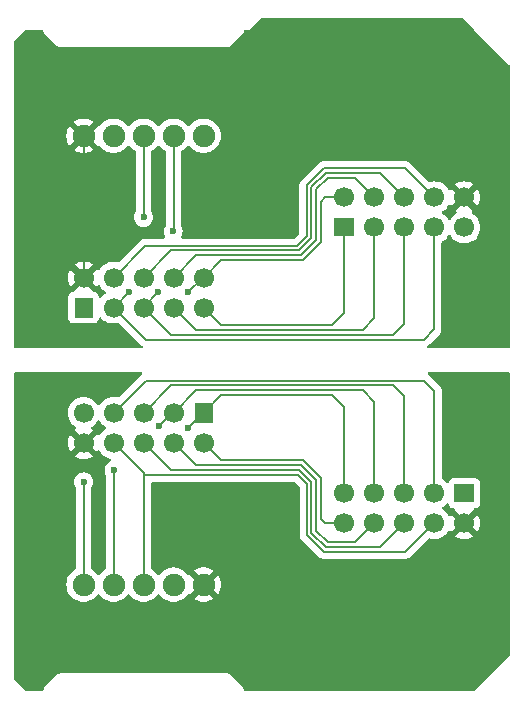
<source format=gtl>
G04 #@! TF.GenerationSoftware,KiCad,Pcbnew,8.0.7*
G04 #@! TF.CreationDate,2025-01-23T12:20:56+00:00*
G04 #@! TF.ProjectId,NB3_eye,4e42335f-6579-4652-9e6b-696361645f70,0.0.1*
G04 #@! TF.SameCoordinates,PX56c8cc0PY67f3540*
G04 #@! TF.FileFunction,Copper,L1,Top*
G04 #@! TF.FilePolarity,Positive*
%FSLAX46Y46*%
G04 Gerber Fmt 4.6, Leading zero omitted, Abs format (unit mm)*
G04 Created by KiCad (PCBNEW 8.0.7) date 2025-01-23 12:20:56*
%MOMM*%
%LPD*%
G01*
G04 APERTURE LIST*
G04 #@! TA.AperFunction,ComponentPad*
%ADD10C,1.900000*%
G04 #@! TD*
G04 #@! TA.AperFunction,ComponentPad*
%ADD11R,1.574803X1.700000*%
G04 #@! TD*
G04 #@! TA.AperFunction,ComponentPad*
%ADD12C,1.700000*%
G04 #@! TD*
G04 #@! TA.AperFunction,ComponentPad*
%ADD13R,1.700000X1.574803*%
G04 #@! TD*
G04 #@! TA.AperFunction,ViaPad*
%ADD14C,0.600000*%
G04 #@! TD*
G04 #@! TA.AperFunction,Conductor*
%ADD15C,0.200000*%
G04 #@! TD*
G04 APERTURE END LIST*
D10*
X6919990Y-19000000D03*
X9459995Y-19000000D03*
X12000000Y-19000000D03*
X14540005Y-19000000D03*
X17080010Y-19000000D03*
X17080010Y19000000D03*
X14540005Y19000000D03*
X12000000Y19000000D03*
X9459995Y19000000D03*
X6919990Y19000000D03*
D11*
X6919990Y4459994D03*
D12*
X6919990Y7000000D03*
X9459995Y4459994D03*
X9459995Y7000000D03*
X12000000Y4459994D03*
X12000000Y7000000D03*
X14540005Y4459994D03*
X14540005Y7000000D03*
X17080010Y4459994D03*
X17080010Y7000000D03*
D13*
X29000000Y11250000D03*
D12*
X29000000Y13790006D03*
X31540005Y11250000D03*
X31540005Y13790006D03*
X34080010Y11250000D03*
X34080010Y13790006D03*
X36620015Y11250000D03*
X36620015Y13790006D03*
X39160020Y11250000D03*
X39160020Y13790006D03*
D11*
X17080010Y-4459994D03*
D12*
X17080010Y-7000000D03*
X14540005Y-4459994D03*
X14540005Y-7000000D03*
X12000000Y-4459994D03*
X12000000Y-7000000D03*
X9459995Y-4459994D03*
X9459995Y-7000000D03*
X6919990Y-4459994D03*
X6919990Y-7000000D03*
D13*
X39160020Y-11250000D03*
D12*
X39160020Y-13790006D03*
X36620015Y-11250000D03*
X36620015Y-13790006D03*
X34080010Y-11250000D03*
X34080010Y-13790006D03*
X31540005Y-11250000D03*
X31540005Y-13790006D03*
X29000000Y-11250000D03*
X29000000Y-13790006D03*
D14*
X13250000Y5750000D03*
X14500000Y10900000D03*
X15750000Y5750000D03*
X12000000Y12100000D03*
X10750000Y5750000D03*
X6919990Y-10300000D03*
X15750000Y-5750000D03*
X13300000Y-5600000D03*
X9500000Y-9300000D03*
D15*
X25002942Y9700000D02*
X12159995Y9700000D01*
X25800000Y14800000D02*
X25800000Y10497058D01*
X12159995Y9700000D02*
X9459995Y7000000D01*
X36620015Y13790006D02*
X34160021Y16250000D01*
X27250000Y16250000D02*
X25800000Y14800000D01*
X25800000Y10497058D02*
X25002942Y9700000D01*
X34160021Y16250000D02*
X27250000Y16250000D01*
X6919990Y19000000D02*
X6919990Y7000000D01*
X34080010Y13790006D02*
X32020016Y15850000D01*
X32020016Y15850000D02*
X27415686Y15850000D01*
X14300000Y9300000D02*
X12000000Y7000000D01*
X27415686Y15850000D02*
X26200000Y14634314D01*
X26200000Y14634314D02*
X26200000Y10331372D01*
X26200000Y10331372D02*
X25168628Y9300000D01*
X25168628Y9300000D02*
X14300000Y9300000D01*
X25334314Y8900000D02*
X16440005Y8900000D01*
X26600000Y14468628D02*
X26600000Y10165686D01*
X29880011Y15450000D02*
X27581372Y15450000D01*
X26600000Y10165686D02*
X25334314Y8900000D01*
X27581372Y15450000D02*
X26600000Y14468628D01*
X16440005Y8900000D02*
X14540005Y7000000D01*
X31540005Y13790006D02*
X29880011Y15450000D01*
X27950000Y2950000D02*
X18590004Y2950000D01*
X18590004Y2950000D02*
X17080010Y4459994D01*
X29000000Y11250000D02*
X29000000Y4000000D01*
X29000000Y4000000D02*
X27950000Y2950000D01*
X30550000Y2550000D02*
X16449999Y2550000D01*
X16449999Y2550000D02*
X14540005Y4459994D01*
X31540005Y3540005D02*
X30550000Y2550000D01*
X31540005Y11250000D02*
X31540005Y3540005D01*
X12000000Y4500000D02*
X13250000Y5750000D01*
X14500000Y10900000D02*
X14540005Y10940005D01*
X14540005Y10940005D02*
X14540005Y19000000D01*
X34080010Y11250000D02*
X34080010Y3080010D01*
X33150000Y2150000D02*
X14309994Y2150000D01*
X14309994Y2150000D02*
X12000000Y4459994D01*
X34080010Y3080010D02*
X33150000Y2150000D01*
X12000000Y4459994D02*
X12000000Y4500000D01*
X17000000Y7000000D02*
X15750000Y5750000D01*
X27000000Y10000000D02*
X26765685Y9765686D01*
X12000000Y12100000D02*
X12000000Y19000000D01*
X25499999Y8500000D02*
X18580010Y8500000D01*
X27355692Y13790006D02*
X27000000Y13434314D01*
X18580010Y8500000D02*
X17080010Y7000000D01*
X26765685Y9765686D02*
X25499999Y8500000D01*
X29000000Y13790006D02*
X27355692Y13790006D01*
X27000000Y13434314D02*
X27000000Y10000000D01*
X26770670Y-9740686D02*
X25504984Y-8475000D01*
X27004985Y-9975000D02*
X26770670Y-9740686D01*
X18584995Y-8475000D02*
X17084995Y-6975000D01*
X25504984Y-8475000D02*
X18584995Y-8475000D01*
X29004985Y-13765006D02*
X27360677Y-13765006D01*
X27004985Y-13409314D02*
X27004985Y-9975000D01*
X27360677Y-13765006D02*
X27004985Y-13409314D01*
X33154985Y-2125000D02*
X14314979Y-2125000D01*
X34084995Y-11225000D02*
X34084995Y-3055010D01*
X14314979Y-2125000D02*
X12004985Y-4434994D01*
X34084995Y-3055010D02*
X33154985Y-2125000D01*
X12004985Y-4434994D02*
X12004985Y-4475000D01*
X26604985Y-14443628D02*
X26604985Y-10140686D01*
X26604985Y-10140686D02*
X25339299Y-8875000D01*
X25339299Y-8875000D02*
X16444990Y-8875000D01*
X27586357Y-15425000D02*
X26604985Y-14443628D01*
X31544990Y-13765006D02*
X29884996Y-15425000D01*
X16444990Y-8875000D02*
X14544990Y-6975000D01*
X29884996Y-15425000D02*
X27586357Y-15425000D01*
X34084995Y-13765006D02*
X32025001Y-15825000D01*
X26204985Y-14609314D02*
X26204985Y-10306372D01*
X26204985Y-10306372D02*
X25173613Y-9275000D01*
X27420671Y-15825000D02*
X26204985Y-14609314D01*
X32025001Y-15825000D02*
X27420671Y-15825000D01*
X25173613Y-9275000D02*
X14304985Y-9275000D01*
X14304985Y-9275000D02*
X12004985Y-6975000D01*
X36620015Y2620015D02*
X35750000Y1750000D01*
X35750000Y1750000D02*
X12169989Y1750000D01*
X9459995Y4459994D02*
X9459995Y4459995D01*
X12169989Y1750000D02*
X9459995Y4459994D01*
X9459995Y4459995D02*
X10750000Y5750000D01*
X36620015Y11250000D02*
X36620015Y2620015D01*
X12000000Y-9510020D02*
X9464980Y-6975000D01*
X36625000Y-13765006D02*
X34165006Y-16225000D01*
X12000000Y-19000000D02*
X12000000Y-9510020D01*
X25032927Y-9700000D02*
X12000000Y-9700000D01*
X34165006Y-16225000D02*
X27254985Y-16225000D01*
X25804985Y-10472058D02*
X25032927Y-9700000D01*
X27254985Y-16225000D02*
X25804985Y-14775000D01*
X25804985Y-14775000D02*
X25804985Y-10472058D01*
X36625000Y-11225000D02*
X36625000Y-2595015D01*
X36625000Y-2595015D02*
X35754985Y-1725000D01*
X9464980Y-4434994D02*
X9464980Y-4434995D01*
X12174974Y-1725000D02*
X9464980Y-4434994D01*
X35754985Y-1725000D02*
X12174974Y-1725000D01*
X29004985Y-11225000D02*
X29004985Y-3975000D01*
X17040006Y-4459994D02*
X15750000Y-5750000D01*
X17080010Y-4459994D02*
X17040006Y-4459994D01*
X27954985Y-2925000D02*
X18594989Y-2925000D01*
X6919990Y-10300000D02*
X6919990Y-19000000D01*
X18594989Y-2925000D02*
X17084995Y-4434994D01*
X29004985Y-3975000D02*
X27954985Y-2925000D01*
X9459995Y-9340005D02*
X9459995Y-19000000D01*
X31544990Y-3515005D02*
X30554985Y-2525000D01*
X16454984Y-2525000D02*
X14544990Y-4434994D01*
X31544990Y-11225000D02*
X31544990Y-3515005D01*
X30554985Y-2525000D02*
X16454984Y-2525000D01*
X14540005Y-4459994D02*
X14440006Y-4459994D01*
X14440006Y-4459994D02*
X13300000Y-5600000D01*
X9500000Y-9300000D02*
X9459995Y-9340005D01*
G04 #@! TA.AperFunction,Conductor*
G36*
X39015677Y28980315D02*
G01*
X39036319Y28963681D01*
X40000000Y28000000D01*
X21000000Y28000000D01*
X21963681Y28963681D01*
X22025004Y28997166D01*
X22051362Y29000000D01*
X38948638Y29000000D01*
X39015677Y28980315D01*
G37*
G04 #@! TD.AperFunction*
G04 #@! TA.AperFunction,Conductor*
G36*
X11833974Y-1019685D02*
G01*
X11879729Y-1072489D01*
X11889673Y-1141647D01*
X11860648Y-1205203D01*
X11828935Y-1231387D01*
X11806261Y-1244477D01*
X11806256Y-1244481D01*
X11694452Y-1356286D01*
X9927740Y-3122997D01*
X9866417Y-3156482D01*
X9807967Y-3155091D01*
X9695403Y-3124931D01*
X9459996Y-3104335D01*
X9459994Y-3104335D01*
X9224591Y-3124930D01*
X9224581Y-3124932D01*
X8996339Y-3186088D01*
X8996330Y-3186092D01*
X8782166Y-3285958D01*
X8782164Y-3285959D01*
X8588592Y-3421499D01*
X8421500Y-3588591D01*
X8291567Y-3774156D01*
X8236990Y-3817781D01*
X8167492Y-3824974D01*
X8105137Y-3793452D01*
X8088417Y-3774156D01*
X7958484Y-3588591D01*
X7791392Y-3421500D01*
X7791389Y-3421498D01*
X7714507Y-3367664D01*
X7597824Y-3285961D01*
X7597820Y-3285959D01*
X7558076Y-3267426D01*
X7383653Y-3186091D01*
X7383649Y-3186090D01*
X7383645Y-3186088D01*
X7155403Y-3124932D01*
X7155393Y-3124930D01*
X6919991Y-3104335D01*
X6919989Y-3104335D01*
X6684586Y-3124930D01*
X6684576Y-3124932D01*
X6456334Y-3186088D01*
X6456325Y-3186092D01*
X6242161Y-3285958D01*
X6242159Y-3285959D01*
X6048587Y-3421499D01*
X5881495Y-3588591D01*
X5745955Y-3782163D01*
X5745954Y-3782165D01*
X5646088Y-3996329D01*
X5646084Y-3996338D01*
X5584928Y-4224580D01*
X5584926Y-4224590D01*
X5564331Y-4459993D01*
X5564331Y-4459994D01*
X5584926Y-4695397D01*
X5584928Y-4695407D01*
X5646084Y-4923649D01*
X5646086Y-4923653D01*
X5646087Y-4923657D01*
X5740691Y-5126536D01*
X5745955Y-5137824D01*
X5745957Y-5137828D01*
X5751562Y-5145832D01*
X5881495Y-5331395D01*
X6048589Y-5498489D01*
X6194331Y-5600539D01*
X6234589Y-5628728D01*
X6278214Y-5683305D01*
X6285406Y-5752804D01*
X6253884Y-5815158D01*
X6234588Y-5831878D01*
X6158617Y-5885072D01*
X6158616Y-5885073D01*
X6749745Y-6476201D01*
X6707693Y-6487470D01*
X6582274Y-6559880D01*
X6479870Y-6662284D01*
X6407460Y-6787703D01*
X6396192Y-6829755D01*
X5805063Y-6238626D01*
X5805063Y-6238627D01*
X5746390Y-6322421D01*
X5746389Y-6322423D01*
X5646560Y-6536507D01*
X5646556Y-6536516D01*
X5585422Y-6764673D01*
X5585420Y-6764684D01*
X5564833Y-6999998D01*
X5564833Y-7000001D01*
X5585420Y-7235315D01*
X5585422Y-7235326D01*
X5646556Y-7463483D01*
X5646560Y-7463492D01*
X5746388Y-7677576D01*
X5805063Y-7761372D01*
X6396191Y-7170244D01*
X6407460Y-7212297D01*
X6479870Y-7337716D01*
X6582274Y-7440120D01*
X6707693Y-7512530D01*
X6749745Y-7523798D01*
X6158616Y-8114926D01*
X6242407Y-8173598D01*
X6242411Y-8173600D01*
X6456497Y-8273429D01*
X6456506Y-8273433D01*
X6684663Y-8334567D01*
X6684674Y-8334569D01*
X6919988Y-8355157D01*
X6919992Y-8355157D01*
X7155305Y-8334569D01*
X7155316Y-8334567D01*
X7383473Y-8273433D01*
X7383482Y-8273429D01*
X7597570Y-8173599D01*
X7681361Y-8114925D01*
X7090234Y-7523798D01*
X7132287Y-7512530D01*
X7257706Y-7440120D01*
X7360110Y-7337716D01*
X7432520Y-7212297D01*
X7443788Y-7170244D01*
X8034915Y-7761371D01*
X8088113Y-7685400D01*
X8142690Y-7641776D01*
X8212189Y-7634584D01*
X8274543Y-7666107D01*
X8291261Y-7685401D01*
X8421500Y-7871401D01*
X8588594Y-8038495D01*
X8685379Y-8106265D01*
X8782160Y-8174032D01*
X8782162Y-8174033D01*
X8782165Y-8174035D01*
X8996332Y-8273903D01*
X8996338Y-8273904D01*
X8996339Y-8273905D01*
X9071846Y-8294136D01*
X9181370Y-8323483D01*
X9241030Y-8359848D01*
X9271560Y-8422694D01*
X9263266Y-8492070D01*
X9218781Y-8545948D01*
X9190233Y-8560299D01*
X9150479Y-8574209D01*
X8997737Y-8670184D01*
X8870184Y-8797737D01*
X8774211Y-8950476D01*
X8714631Y-9120745D01*
X8714630Y-9120750D01*
X8694435Y-9299996D01*
X8694435Y-9300003D01*
X8714630Y-9479249D01*
X8714631Y-9479254D01*
X8774211Y-9649524D01*
X8840488Y-9755001D01*
X8859495Y-9820974D01*
X8859495Y-17601803D01*
X8839810Y-17668842D01*
X8794513Y-17710857D01*
X8663934Y-17781523D01*
X8663919Y-17781533D01*
X8474237Y-17929169D01*
X8474234Y-17929172D01*
X8311423Y-18106031D01*
X8293800Y-18133006D01*
X8240653Y-18178362D01*
X8171421Y-18187785D01*
X8108086Y-18158282D01*
X8086184Y-18133005D01*
X8068562Y-18106033D01*
X8068561Y-18106031D01*
X7905754Y-17929175D01*
X7905749Y-17929171D01*
X7905747Y-17929169D01*
X7716065Y-17781533D01*
X7716050Y-17781523D01*
X7585472Y-17710857D01*
X7535881Y-17661638D01*
X7520490Y-17601803D01*
X7520490Y-10882412D01*
X7540175Y-10815373D01*
X7547545Y-10805097D01*
X7549800Y-10802267D01*
X7549806Y-10802262D01*
X7645779Y-10649522D01*
X7705358Y-10479255D01*
X7705359Y-10479249D01*
X7725555Y-10300003D01*
X7725555Y-10299996D01*
X7705359Y-10120750D01*
X7705358Y-10120745D01*
X7685518Y-10064045D01*
X7645779Y-9950478D01*
X7549806Y-9797738D01*
X7422252Y-9670184D01*
X7389369Y-9649522D01*
X7269513Y-9574211D01*
X7099244Y-9514631D01*
X7099239Y-9514630D01*
X6919994Y-9494435D01*
X6919986Y-9494435D01*
X6740740Y-9514630D01*
X6740735Y-9514631D01*
X6570466Y-9574211D01*
X6417727Y-9670184D01*
X6290174Y-9797737D01*
X6194201Y-9950476D01*
X6134621Y-10120745D01*
X6134620Y-10120750D01*
X6114425Y-10299996D01*
X6114425Y-10300003D01*
X6134620Y-10479249D01*
X6134621Y-10479254D01*
X6194201Y-10649523D01*
X6254505Y-10745496D01*
X6271256Y-10772155D01*
X6290175Y-10802263D01*
X6292435Y-10805097D01*
X6293324Y-10807275D01*
X6293879Y-10808158D01*
X6293724Y-10808255D01*
X6318845Y-10869783D01*
X6319490Y-10882412D01*
X6319490Y-17601803D01*
X6299805Y-17668842D01*
X6254508Y-17710857D01*
X6123929Y-17781523D01*
X6123914Y-17781533D01*
X5934232Y-17929169D01*
X5934229Y-17929172D01*
X5771420Y-18106029D01*
X5771417Y-18106033D01*
X5639941Y-18307270D01*
X5543379Y-18527410D01*
X5484369Y-18760440D01*
X5464519Y-18999994D01*
X5464519Y-19000005D01*
X5484369Y-19239559D01*
X5543379Y-19472589D01*
X5639941Y-19692729D01*
X5753798Y-19866998D01*
X5771419Y-19893969D01*
X5934226Y-20070825D01*
X5934229Y-20070827D01*
X5934232Y-20070830D01*
X6123914Y-20218466D01*
X6123920Y-20218470D01*
X6123923Y-20218472D01*
X6335334Y-20332882D01*
X6335337Y-20332883D01*
X6562689Y-20410933D01*
X6562691Y-20410933D01*
X6562693Y-20410934D01*
X6799798Y-20450500D01*
X6799799Y-20450500D01*
X7040181Y-20450500D01*
X7040182Y-20450500D01*
X7277287Y-20410934D01*
X7504646Y-20332882D01*
X7716057Y-20218472D01*
X7716601Y-20218049D01*
X7779758Y-20168891D01*
X7905754Y-20070825D01*
X8068561Y-19893969D01*
X8086183Y-19866996D01*
X8139326Y-19821639D01*
X8208557Y-19812214D01*
X8271894Y-19841713D01*
X8293798Y-19866990D01*
X8311424Y-19893969D01*
X8474231Y-20070825D01*
X8474234Y-20070827D01*
X8474237Y-20070830D01*
X8663919Y-20218466D01*
X8663925Y-20218470D01*
X8663928Y-20218472D01*
X8875339Y-20332882D01*
X8875342Y-20332883D01*
X9102694Y-20410933D01*
X9102696Y-20410933D01*
X9102698Y-20410934D01*
X9339803Y-20450500D01*
X9339804Y-20450500D01*
X9580186Y-20450500D01*
X9580187Y-20450500D01*
X9817292Y-20410934D01*
X10044651Y-20332882D01*
X10256062Y-20218472D01*
X10256606Y-20218049D01*
X10319763Y-20168891D01*
X10445759Y-20070825D01*
X10608566Y-19893969D01*
X10626188Y-19866996D01*
X10679331Y-19821639D01*
X10748562Y-19812214D01*
X10811899Y-19841713D01*
X10833803Y-19866990D01*
X10851429Y-19893969D01*
X11014236Y-20070825D01*
X11014239Y-20070827D01*
X11014242Y-20070830D01*
X11203924Y-20218466D01*
X11203930Y-20218470D01*
X11203933Y-20218472D01*
X11415344Y-20332882D01*
X11415347Y-20332883D01*
X11642699Y-20410933D01*
X11642701Y-20410933D01*
X11642703Y-20410934D01*
X11879808Y-20450500D01*
X11879809Y-20450500D01*
X12120191Y-20450500D01*
X12120192Y-20450500D01*
X12357297Y-20410934D01*
X12584656Y-20332882D01*
X12796067Y-20218472D01*
X12796611Y-20218049D01*
X12859768Y-20168891D01*
X12985764Y-20070825D01*
X13148571Y-19893969D01*
X13166193Y-19866996D01*
X13219336Y-19821639D01*
X13288567Y-19812214D01*
X13351904Y-19841713D01*
X13373808Y-19866990D01*
X13391434Y-19893969D01*
X13554241Y-20070825D01*
X13554244Y-20070827D01*
X13554247Y-20070830D01*
X13743929Y-20218466D01*
X13743935Y-20218470D01*
X13743938Y-20218472D01*
X13955349Y-20332882D01*
X13955352Y-20332883D01*
X14182704Y-20410933D01*
X14182706Y-20410933D01*
X14182708Y-20410934D01*
X14419813Y-20450500D01*
X14419814Y-20450500D01*
X14660196Y-20450500D01*
X14660197Y-20450500D01*
X14897302Y-20410934D01*
X15124661Y-20332882D01*
X15336072Y-20218472D01*
X15336616Y-20218049D01*
X15399773Y-20168891D01*
X15525769Y-20070825D01*
X15688576Y-19893969D01*
X15706496Y-19866539D01*
X15759641Y-19821182D01*
X15828872Y-19811757D01*
X15871354Y-19831543D01*
X15892698Y-19833757D01*
X16556211Y-19170244D01*
X16567480Y-19212297D01*
X16639890Y-19337716D01*
X16742294Y-19440120D01*
X16867713Y-19512530D01*
X16909764Y-19523797D01*
X16245582Y-20187979D01*
X16284218Y-20218051D01*
X16495554Y-20332421D01*
X16495560Y-20332423D01*
X16722833Y-20410446D01*
X16959861Y-20450000D01*
X17200159Y-20450000D01*
X17437186Y-20410446D01*
X17664459Y-20332423D01*
X17664465Y-20332421D01*
X17875804Y-20218049D01*
X17875805Y-20218048D01*
X17914436Y-20187980D01*
X17914437Y-20187979D01*
X17250255Y-19523797D01*
X17292307Y-19512530D01*
X17417726Y-19440120D01*
X17520130Y-19337716D01*
X17592540Y-19212297D01*
X17603807Y-19170244D01*
X18267320Y-19833757D01*
X18359616Y-19692490D01*
X18456144Y-19472428D01*
X18515135Y-19239476D01*
X18534979Y-19000005D01*
X18534979Y-18999994D01*
X18515135Y-18760523D01*
X18456144Y-18527571D01*
X18359618Y-18307514D01*
X18267320Y-18166241D01*
X17603807Y-18829754D01*
X17592540Y-18787703D01*
X17520130Y-18662284D01*
X17417726Y-18559880D01*
X17292307Y-18487470D01*
X17250253Y-18476201D01*
X17914436Y-17812019D01*
X17914436Y-17812017D01*
X17875811Y-17781954D01*
X17875805Y-17781950D01*
X17664465Y-17667578D01*
X17664459Y-17667576D01*
X17437186Y-17589553D01*
X17200159Y-17550000D01*
X16959861Y-17550000D01*
X16722833Y-17589553D01*
X16495560Y-17667576D01*
X16495554Y-17667578D01*
X16284219Y-17781948D01*
X16245581Y-17812019D01*
X16909764Y-18476202D01*
X16867713Y-18487470D01*
X16742294Y-18559880D01*
X16639890Y-18662284D01*
X16567480Y-18787703D01*
X16556212Y-18829755D01*
X15892698Y-18166241D01*
X15873349Y-18168248D01*
X15860961Y-18178820D01*
X15791729Y-18188240D01*
X15728395Y-18158735D01*
X15706497Y-18133461D01*
X15688577Y-18106033D01*
X15688576Y-18106031D01*
X15525769Y-17929175D01*
X15525764Y-17929171D01*
X15525762Y-17929169D01*
X15336080Y-17781533D01*
X15336074Y-17781529D01*
X15124662Y-17667118D01*
X15124657Y-17667116D01*
X14897305Y-17589066D01*
X14719473Y-17559391D01*
X14660197Y-17549500D01*
X14419813Y-17549500D01*
X14372392Y-17557413D01*
X14182704Y-17589066D01*
X13955352Y-17667116D01*
X13955347Y-17667118D01*
X13743935Y-17781529D01*
X13743929Y-17781533D01*
X13554247Y-17929169D01*
X13554244Y-17929172D01*
X13391433Y-18106031D01*
X13373810Y-18133006D01*
X13320663Y-18178362D01*
X13251431Y-18187785D01*
X13188096Y-18158282D01*
X13166194Y-18133005D01*
X13148572Y-18106033D01*
X13148571Y-18106031D01*
X12985764Y-17929175D01*
X12985759Y-17929171D01*
X12985757Y-17929169D01*
X12796075Y-17781533D01*
X12796060Y-17781523D01*
X12665482Y-17710857D01*
X12615891Y-17661638D01*
X12600500Y-17601803D01*
X12600500Y-10424500D01*
X12620185Y-10357461D01*
X12672989Y-10311706D01*
X12724500Y-10300500D01*
X24732830Y-10300500D01*
X24799869Y-10320185D01*
X24820511Y-10336819D01*
X25168166Y-10684474D01*
X25201651Y-10745797D01*
X25204485Y-10772155D01*
X25204485Y-14688330D01*
X25204484Y-14688348D01*
X25204484Y-14854054D01*
X25204483Y-14854054D01*
X25204484Y-14854057D01*
X25245408Y-15006785D01*
X25266968Y-15044128D01*
X25324462Y-15143712D01*
X25324466Y-15143717D01*
X25443334Y-15262585D01*
X25443339Y-15262589D01*
X26886269Y-16705520D01*
X26886271Y-16705521D01*
X26886275Y-16705524D01*
X27023194Y-16784573D01*
X27023201Y-16784577D01*
X27175928Y-16825501D01*
X27175930Y-16825501D01*
X27341639Y-16825501D01*
X27341655Y-16825500D01*
X34078337Y-16825500D01*
X34078353Y-16825501D01*
X34085949Y-16825501D01*
X34244060Y-16825501D01*
X34244063Y-16825501D01*
X34396791Y-16784577D01*
X34446910Y-16755639D01*
X34533722Y-16705520D01*
X34645526Y-16593716D01*
X34645526Y-16593714D01*
X34655734Y-16583507D01*
X34655736Y-16583504D01*
X36120699Y-15118540D01*
X36182020Y-15085057D01*
X36240471Y-15086448D01*
X36296872Y-15101560D01*
X36384607Y-15125069D01*
X36572933Y-15141545D01*
X36620014Y-15145665D01*
X36620015Y-15145665D01*
X36620016Y-15145665D01*
X36659249Y-15142232D01*
X36855423Y-15125069D01*
X37083678Y-15063909D01*
X37297845Y-14964041D01*
X37491416Y-14828501D01*
X37658510Y-14661407D01*
X37788749Y-14475406D01*
X37843324Y-14431783D01*
X37912822Y-14424589D01*
X37975177Y-14456112D01*
X37991896Y-14475407D01*
X38045092Y-14551378D01*
X38045093Y-14551378D01*
X38636221Y-13960250D01*
X38647490Y-14002303D01*
X38719900Y-14127722D01*
X38822304Y-14230126D01*
X38947723Y-14302536D01*
X38989775Y-14313804D01*
X38398646Y-14904932D01*
X38482437Y-14963604D01*
X38482441Y-14963606D01*
X38696527Y-15063435D01*
X38696536Y-15063439D01*
X38924693Y-15124573D01*
X38924704Y-15124575D01*
X39160018Y-15145163D01*
X39160022Y-15145163D01*
X39395335Y-15124575D01*
X39395346Y-15124573D01*
X39623503Y-15063439D01*
X39623512Y-15063435D01*
X39837600Y-14963605D01*
X39921391Y-14904931D01*
X39330264Y-14313804D01*
X39372317Y-14302536D01*
X39497736Y-14230126D01*
X39600140Y-14127722D01*
X39672550Y-14002303D01*
X39683818Y-13960250D01*
X40274945Y-14551377D01*
X40333619Y-14467586D01*
X40433449Y-14253498D01*
X40433453Y-14253489D01*
X40494587Y-14025332D01*
X40494589Y-14025321D01*
X40515177Y-13790007D01*
X40515177Y-13790004D01*
X40494589Y-13554690D01*
X40494587Y-13554679D01*
X40433453Y-13326522D01*
X40433449Y-13326513D01*
X40333621Y-13112430D01*
X40274945Y-13028632D01*
X39683817Y-13619760D01*
X39672550Y-13577709D01*
X39600140Y-13452290D01*
X39497736Y-13349886D01*
X39372317Y-13277476D01*
X39330264Y-13266207D01*
X39921392Y-12675079D01*
X39921185Y-12672708D01*
X39934952Y-12604208D01*
X39983567Y-12554025D01*
X40044712Y-12537901D01*
X40057892Y-12537901D01*
X40117503Y-12531493D01*
X40252351Y-12481198D01*
X40367566Y-12394948D01*
X40453816Y-12279733D01*
X40504111Y-12144885D01*
X40510520Y-12085275D01*
X40510519Y-10414726D01*
X40504111Y-10355115D01*
X40485826Y-10306091D01*
X40453817Y-10220269D01*
X40453813Y-10220262D01*
X40367567Y-10105053D01*
X40367564Y-10105050D01*
X40252355Y-10018804D01*
X40252348Y-10018800D01*
X40117502Y-9968506D01*
X40117503Y-9968506D01*
X40057903Y-9962099D01*
X40057901Y-9962098D01*
X40057893Y-9962098D01*
X40057884Y-9962098D01*
X38262149Y-9962098D01*
X38262143Y-9962099D01*
X38202536Y-9968506D01*
X38067691Y-10018800D01*
X38067684Y-10018804D01*
X37952475Y-10105050D01*
X37952472Y-10105053D01*
X37866226Y-10220262D01*
X37866223Y-10220267D01*
X37834213Y-10306091D01*
X37792341Y-10362024D01*
X37726877Y-10386441D01*
X37658604Y-10371589D01*
X37630350Y-10350439D01*
X37579907Y-10299996D01*
X37491416Y-10211505D01*
X37491412Y-10211502D01*
X37491411Y-10211501D01*
X37297846Y-10075965D01*
X37297839Y-10075961D01*
X37297094Y-10075614D01*
X37296821Y-10075373D01*
X37293155Y-10073257D01*
X37293580Y-10072520D01*
X37244655Y-10029441D01*
X37225500Y-9963233D01*
X37225500Y-2684074D01*
X37225501Y-2684061D01*
X37225501Y-2515960D01*
X37225501Y-2515958D01*
X37184577Y-2363230D01*
X37144154Y-2293216D01*
X37105520Y-2226299D01*
X36993716Y-2114495D01*
X36989385Y-2110164D01*
X36989374Y-2110154D01*
X36242575Y-1363355D01*
X36242573Y-1363352D01*
X36123702Y-1244481D01*
X36123697Y-1244477D01*
X36101024Y-1231387D01*
X36052808Y-1180820D01*
X36039585Y-1112213D01*
X36065553Y-1047348D01*
X36122468Y-1006820D01*
X36163024Y-1000000D01*
X42876000Y-1000000D01*
X42943039Y-1019685D01*
X42988794Y-1072489D01*
X43000000Y-1124000D01*
X43000000Y-24948638D01*
X42980315Y-25015677D01*
X42963681Y-25036319D01*
X40036319Y-27963681D01*
X39974996Y-27997166D01*
X39948638Y-28000000D01*
X20613304Y-28000000D01*
X20546265Y-27980315D01*
X20500510Y-27927511D01*
X20493529Y-27908093D01*
X20466391Y-27806812D01*
X20457563Y-27791521D01*
X20400500Y-27692686D01*
X20307314Y-27599500D01*
X19307314Y-26599500D01*
X19250250Y-26566554D01*
X19193187Y-26533608D01*
X19129539Y-26516554D01*
X19065892Y-26499500D01*
X5065893Y-26499500D01*
X4934108Y-26499500D01*
X4806812Y-26533608D01*
X4692686Y-26599500D01*
X4692683Y-26599502D01*
X3599502Y-27692683D01*
X3599500Y-27692686D01*
X3533608Y-27806812D01*
X3506471Y-27908093D01*
X3470106Y-27967754D01*
X3407259Y-27998283D01*
X3386696Y-28000000D01*
X2051362Y-28000000D01*
X1984323Y-27980315D01*
X1963681Y-27963681D01*
X1036319Y-27036319D01*
X1002834Y-26974996D01*
X1000000Y-26948638D01*
X1000000Y-1124000D01*
X1019685Y-1056961D01*
X1072489Y-1011206D01*
X1124000Y-1000000D01*
X11766935Y-1000000D01*
X11833974Y-1019685D01*
G37*
G04 #@! TD.AperFunction*
G04 #@! TA.AperFunction,Conductor*
G36*
X37761364Y-12121059D02*
G01*
X37817298Y-12162930D01*
X37834213Y-12193908D01*
X37866222Y-12279730D01*
X37866226Y-12279737D01*
X37952472Y-12394946D01*
X37952475Y-12394949D01*
X38067684Y-12481195D01*
X38067691Y-12481199D01*
X38111405Y-12497503D01*
X38202537Y-12531493D01*
X38262147Y-12537902D01*
X38275321Y-12537901D01*
X38342359Y-12557581D01*
X38388117Y-12610383D01*
X38398854Y-12672708D01*
X38398646Y-12675079D01*
X38989775Y-13266207D01*
X38947723Y-13277476D01*
X38822304Y-13349886D01*
X38719900Y-13452290D01*
X38647490Y-13577709D01*
X38636222Y-13619761D01*
X38045093Y-13028632D01*
X38045092Y-13028633D01*
X37991898Y-13104604D01*
X37937321Y-13148229D01*
X37867823Y-13155423D01*
X37805468Y-13123900D01*
X37788748Y-13104604D01*
X37658509Y-12918603D01*
X37491417Y-12751512D01*
X37491410Y-12751507D01*
X37305853Y-12621578D01*
X37262228Y-12567001D01*
X37255035Y-12497503D01*
X37286557Y-12435148D01*
X37305853Y-12418428D01*
X37339617Y-12394785D01*
X37491416Y-12288495D01*
X37630353Y-12149557D01*
X37691672Y-12116075D01*
X37761364Y-12121059D01*
G37*
G04 #@! TD.AperFunction*
G04 #@! TA.AperFunction,Conductor*
G36*
X8274847Y-5126536D02*
G01*
X8291567Y-5145832D01*
X8421500Y-5331395D01*
X8588594Y-5498489D01*
X8709617Y-5583230D01*
X8774157Y-5628422D01*
X8817782Y-5682999D01*
X8824975Y-5752497D01*
X8793453Y-5814852D01*
X8774157Y-5831572D01*
X8588592Y-5961505D01*
X8421500Y-6128597D01*
X8291262Y-6314598D01*
X8236685Y-6358223D01*
X8167187Y-6365417D01*
X8104832Y-6333894D01*
X8088112Y-6314599D01*
X8034915Y-6238626D01*
X7443787Y-6829754D01*
X7432520Y-6787703D01*
X7360110Y-6662284D01*
X7257706Y-6559880D01*
X7132287Y-6487470D01*
X7090234Y-6476201D01*
X7681362Y-5885073D01*
X7605390Y-5831877D01*
X7561765Y-5777300D01*
X7554573Y-5707801D01*
X7586095Y-5645447D01*
X7605386Y-5628730D01*
X7791391Y-5498489D01*
X7958485Y-5331395D01*
X8088418Y-5145830D01*
X8142994Y-5102207D01*
X8212492Y-5095013D01*
X8274847Y-5126536D01*
G37*
G04 #@! TD.AperFunction*
G04 #@! TA.AperFunction,Conductor*
G36*
X3453735Y27980315D02*
G01*
X3499490Y27927511D01*
X3506471Y27908093D01*
X3533608Y27806813D01*
X3566554Y27749750D01*
X3599500Y27692686D01*
X4599500Y26692686D01*
X4692686Y26599500D01*
X4806814Y26533608D01*
X4934108Y26499500D01*
X4934110Y26499500D01*
X19065890Y26499500D01*
X19065892Y26499500D01*
X19193186Y26533608D01*
X19307314Y26599500D01*
X20400500Y27692686D01*
X20466392Y27806814D01*
X20493529Y27908095D01*
X20529894Y27967754D01*
X20592741Y27998283D01*
X20613304Y28000000D01*
X21000000Y28000000D01*
X40000000Y28000000D01*
X42963681Y25036319D01*
X42997166Y24974996D01*
X43000000Y24948638D01*
X43000000Y1124000D01*
X42980315Y1056961D01*
X42927511Y1011206D01*
X42876000Y1000000D01*
X36114734Y1000000D01*
X36047695Y1019685D01*
X36001940Y1072489D01*
X35991996Y1141647D01*
X36021021Y1205203D01*
X36052736Y1231388D01*
X36118716Y1269480D01*
X36230520Y1381284D01*
X36230520Y1381286D01*
X36240728Y1391493D01*
X36240730Y1391496D01*
X36978521Y2129287D01*
X36978526Y2129291D01*
X36988729Y2139495D01*
X36988731Y2139495D01*
X37100535Y2251299D01*
X37105581Y2260041D01*
X37175870Y2381783D01*
X37175872Y2381789D01*
X37179592Y2388230D01*
X37220516Y2540958D01*
X37220516Y2699072D01*
X37220516Y2706667D01*
X37220515Y2706685D01*
X37220515Y9960910D01*
X37240200Y10027949D01*
X37292116Y10073294D01*
X37297845Y10075965D01*
X37491416Y10211505D01*
X37658510Y10378599D01*
X37788443Y10564164D01*
X37843019Y10607787D01*
X37912517Y10614981D01*
X37974872Y10583458D01*
X37991592Y10564162D01*
X38043191Y10490472D01*
X38121525Y10378599D01*
X38288619Y10211505D01*
X38332872Y10180519D01*
X38482185Y10075968D01*
X38482187Y10075967D01*
X38482190Y10075965D01*
X38696357Y9976097D01*
X38696363Y9976096D01*
X38696364Y9976095D01*
X38748595Y9962100D01*
X38924612Y9914937D01*
X39112938Y9898461D01*
X39160019Y9894341D01*
X39160020Y9894341D01*
X39160021Y9894341D01*
X39199254Y9897774D01*
X39395428Y9914937D01*
X39623683Y9976097D01*
X39837850Y10075965D01*
X40031421Y10211505D01*
X40198515Y10378599D01*
X40334055Y10572170D01*
X40433923Y10786337D01*
X40495083Y11014592D01*
X40515679Y11250000D01*
X40495083Y11485408D01*
X40433923Y11713663D01*
X40334055Y11927829D01*
X40223812Y12085274D01*
X40198514Y12121403D01*
X40031422Y12288494D01*
X40031415Y12288499D01*
X39845421Y12418734D01*
X39801796Y12473311D01*
X39794603Y12542809D01*
X39826125Y12605164D01*
X39845420Y12621883D01*
X39921391Y12675081D01*
X39330264Y13266208D01*
X39372317Y13277476D01*
X39497736Y13349886D01*
X39600140Y13452290D01*
X39672550Y13577709D01*
X39683818Y13619762D01*
X40274945Y13028635D01*
X40333619Y13112426D01*
X40433449Y13326514D01*
X40433453Y13326523D01*
X40494587Y13554680D01*
X40494589Y13554691D01*
X40515177Y13790005D01*
X40515177Y13790008D01*
X40494589Y14025322D01*
X40494587Y14025333D01*
X40433453Y14253490D01*
X40433449Y14253499D01*
X40333621Y14467582D01*
X40274945Y14551380D01*
X39683817Y13960252D01*
X39672550Y14002303D01*
X39600140Y14127722D01*
X39497736Y14230126D01*
X39372317Y14302536D01*
X39330264Y14313805D01*
X39921392Y14904933D01*
X39837596Y14963608D01*
X39623512Y15063436D01*
X39623503Y15063440D01*
X39395346Y15124574D01*
X39395335Y15124576D01*
X39160022Y15145163D01*
X39160018Y15145163D01*
X38924704Y15124576D01*
X38924693Y15124574D01*
X38696536Y15063440D01*
X38696527Y15063436D01*
X38482443Y14963607D01*
X38482441Y14963606D01*
X38398647Y14904933D01*
X38398646Y14904933D01*
X38989775Y14313805D01*
X38947723Y14302536D01*
X38822304Y14230126D01*
X38719900Y14127722D01*
X38647490Y14002303D01*
X38636222Y13960251D01*
X38045093Y14551380D01*
X38045092Y14551379D01*
X37991898Y14475408D01*
X37937321Y14431783D01*
X37867823Y14424589D01*
X37805468Y14456112D01*
X37788748Y14475408D01*
X37658509Y14661409D01*
X37491417Y14828500D01*
X37491410Y14828505D01*
X37297849Y14964039D01*
X37297845Y14964041D01*
X37083678Y15063909D01*
X37083674Y15063910D01*
X37083670Y15063912D01*
X36855428Y15125068D01*
X36855418Y15125070D01*
X36620016Y15145665D01*
X36620014Y15145665D01*
X36384611Y15125070D01*
X36384598Y15125067D01*
X36256256Y15090679D01*
X36186407Y15092342D01*
X36136483Y15122773D01*
X34647611Y16611645D01*
X34647609Y16611648D01*
X34528738Y16730519D01*
X34528737Y16730520D01*
X34441925Y16780640D01*
X34441925Y16780641D01*
X34441921Y16780642D01*
X34391806Y16809577D01*
X34239078Y16850501D01*
X34080964Y16850501D01*
X34073368Y16850501D01*
X34073352Y16850500D01*
X27336670Y16850500D01*
X27336654Y16850501D01*
X27329058Y16850501D01*
X27170943Y16850501D01*
X27094579Y16830039D01*
X27018214Y16809577D01*
X27018209Y16809574D01*
X26881290Y16730525D01*
X26881282Y16730519D01*
X25319481Y15168718D01*
X25319479Y15168715D01*
X25269361Y15081906D01*
X25269359Y15081904D01*
X25240425Y15031791D01*
X25240424Y15031790D01*
X25240423Y15031785D01*
X25199499Y14879057D01*
X25199499Y14879055D01*
X25199499Y14710954D01*
X25199500Y14710941D01*
X25199500Y10797155D01*
X25179815Y10730116D01*
X25163181Y10709474D01*
X24790526Y10336819D01*
X24729203Y10303334D01*
X24702845Y10300500D01*
X15293079Y10300500D01*
X15226040Y10320185D01*
X15180285Y10372989D01*
X15170341Y10442147D01*
X15188085Y10490472D01*
X15225788Y10550477D01*
X15225789Y10550478D01*
X15285368Y10720745D01*
X15286424Y10730116D01*
X15305565Y10899997D01*
X15305565Y10900004D01*
X15285369Y11079250D01*
X15285366Y11079263D01*
X15225790Y11249519D01*
X15225789Y11249522D01*
X15197568Y11294435D01*
X15159511Y11355004D01*
X15140505Y11420976D01*
X15140505Y17601805D01*
X15160190Y17668844D01*
X15205488Y17710860D01*
X15336072Y17781528D01*
X15336616Y17781951D01*
X15399773Y17831109D01*
X15525769Y17929175D01*
X15688576Y18106031D01*
X15706198Y18133004D01*
X15759341Y18178361D01*
X15828572Y18187786D01*
X15891909Y18158287D01*
X15913813Y18133010D01*
X15931439Y18106031D01*
X16094246Y17929175D01*
X16094249Y17929173D01*
X16094252Y17929170D01*
X16283934Y17781534D01*
X16283940Y17781530D01*
X16283943Y17781528D01*
X16414526Y17710860D01*
X16492164Y17668844D01*
X16495354Y17667118D01*
X16495357Y17667117D01*
X16722709Y17589067D01*
X16722711Y17589067D01*
X16722713Y17589066D01*
X16959818Y17549500D01*
X16959819Y17549500D01*
X17200201Y17549500D01*
X17200202Y17549500D01*
X17437307Y17589066D01*
X17664666Y17667118D01*
X17876077Y17781528D01*
X17876621Y17781951D01*
X17939778Y17831109D01*
X18065774Y17929175D01*
X18228581Y18106031D01*
X18360059Y18307272D01*
X18456620Y18527409D01*
X18515630Y18760437D01*
X18535481Y19000000D01*
X18515630Y19239563D01*
X18456620Y19472591D01*
X18360059Y19692728D01*
X18228581Y19893969D01*
X18065774Y20070825D01*
X18065769Y20070829D01*
X18065767Y20070831D01*
X17876085Y20218467D01*
X17876079Y20218471D01*
X17664667Y20332882D01*
X17664662Y20332884D01*
X17437310Y20410934D01*
X17259478Y20440609D01*
X17200202Y20450500D01*
X16959818Y20450500D01*
X16912397Y20442587D01*
X16722709Y20410934D01*
X16495357Y20332884D01*
X16495352Y20332882D01*
X16283940Y20218471D01*
X16283934Y20218467D01*
X16094252Y20070831D01*
X16094249Y20070828D01*
X15931438Y19893969D01*
X15913815Y19866994D01*
X15860668Y19821638D01*
X15791436Y19812215D01*
X15728101Y19841718D01*
X15706199Y19866995D01*
X15688576Y19893969D01*
X15525769Y20070825D01*
X15525764Y20070829D01*
X15525762Y20070831D01*
X15336080Y20218467D01*
X15336074Y20218471D01*
X15124662Y20332882D01*
X15124657Y20332884D01*
X14897305Y20410934D01*
X14719473Y20440609D01*
X14660197Y20450500D01*
X14419813Y20450500D01*
X14372392Y20442587D01*
X14182704Y20410934D01*
X13955352Y20332884D01*
X13955347Y20332882D01*
X13743935Y20218471D01*
X13743929Y20218467D01*
X13554247Y20070831D01*
X13554244Y20070828D01*
X13391433Y19893969D01*
X13373810Y19866994D01*
X13320663Y19821638D01*
X13251431Y19812215D01*
X13188096Y19841718D01*
X13166194Y19866995D01*
X13148571Y19893969D01*
X12985764Y20070825D01*
X12985759Y20070829D01*
X12985757Y20070831D01*
X12796075Y20218467D01*
X12796069Y20218471D01*
X12584657Y20332882D01*
X12584652Y20332884D01*
X12357300Y20410934D01*
X12179468Y20440609D01*
X12120192Y20450500D01*
X11879808Y20450500D01*
X11832387Y20442587D01*
X11642699Y20410934D01*
X11415347Y20332884D01*
X11415342Y20332882D01*
X11203930Y20218471D01*
X11203924Y20218467D01*
X11014242Y20070831D01*
X11014239Y20070828D01*
X10851428Y19893969D01*
X10833805Y19866994D01*
X10780658Y19821638D01*
X10711426Y19812215D01*
X10648091Y19841718D01*
X10626189Y19866995D01*
X10608566Y19893969D01*
X10445759Y20070825D01*
X10445754Y20070829D01*
X10445752Y20070831D01*
X10256070Y20218467D01*
X10256064Y20218471D01*
X10044652Y20332882D01*
X10044647Y20332884D01*
X9817295Y20410934D01*
X9639463Y20440609D01*
X9580187Y20450500D01*
X9339803Y20450500D01*
X9292382Y20442587D01*
X9102694Y20410934D01*
X8875342Y20332884D01*
X8875337Y20332882D01*
X8663925Y20218471D01*
X8663919Y20218467D01*
X8474237Y20070831D01*
X8474234Y20070828D01*
X8311425Y19893971D01*
X8311421Y19893965D01*
X8293499Y19866535D01*
X8240351Y19821180D01*
X8171119Y19811759D01*
X8128646Y19831545D01*
X8107300Y19833759D01*
X7443787Y19170246D01*
X7432520Y19212297D01*
X7360110Y19337716D01*
X7257706Y19440120D01*
X7132287Y19512530D01*
X7090233Y19523799D01*
X7754416Y20187981D01*
X7754416Y20187983D01*
X7715791Y20218046D01*
X7715785Y20218050D01*
X7504445Y20332422D01*
X7504439Y20332424D01*
X7277166Y20410447D01*
X7040139Y20450000D01*
X6799841Y20450000D01*
X6562813Y20410447D01*
X6335540Y20332424D01*
X6335534Y20332422D01*
X6124199Y20218052D01*
X6085561Y20187981D01*
X6749744Y19523798D01*
X6707693Y19512530D01*
X6582274Y19440120D01*
X6479870Y19337716D01*
X6407460Y19212297D01*
X6396191Y19170245D01*
X5732677Y19833759D01*
X5640382Y19692489D01*
X5543855Y19472429D01*
X5484864Y19239477D01*
X5465021Y19000006D01*
X5465021Y18999995D01*
X5484864Y18760524D01*
X5543855Y18527572D01*
X5640381Y18307515D01*
X5732678Y18166243D01*
X6396191Y18829756D01*
X6407460Y18787703D01*
X6479870Y18662284D01*
X6582274Y18559880D01*
X6707693Y18487470D01*
X6749744Y18476203D01*
X6085562Y17812021D01*
X6124198Y17781949D01*
X6335534Y17667579D01*
X6335540Y17667577D01*
X6562813Y17589554D01*
X6799841Y17550000D01*
X7040139Y17550000D01*
X7277166Y17589554D01*
X7504439Y17667577D01*
X7504445Y17667579D01*
X7715784Y17781951D01*
X7715785Y17781952D01*
X7754416Y17812020D01*
X7754417Y17812021D01*
X7090235Y18476203D01*
X7132287Y18487470D01*
X7257706Y18559880D01*
X7360110Y18662284D01*
X7432520Y18787703D01*
X7443787Y18829756D01*
X8107300Y18166243D01*
X8126642Y18168249D01*
X8139026Y18178818D01*
X8208257Y18188245D01*
X8271594Y18158746D01*
X8293501Y18133464D01*
X8311424Y18106031D01*
X8474231Y17929175D01*
X8474234Y17929173D01*
X8474237Y17929170D01*
X8663919Y17781534D01*
X8663925Y17781530D01*
X8663928Y17781528D01*
X8794511Y17710860D01*
X8872149Y17668844D01*
X8875339Y17667118D01*
X8875342Y17667117D01*
X9102694Y17589067D01*
X9102696Y17589067D01*
X9102698Y17589066D01*
X9339803Y17549500D01*
X9339804Y17549500D01*
X9580186Y17549500D01*
X9580187Y17549500D01*
X9817292Y17589066D01*
X10044651Y17667118D01*
X10256062Y17781528D01*
X10256606Y17781951D01*
X10319763Y17831109D01*
X10445759Y17929175D01*
X10608566Y18106031D01*
X10626188Y18133004D01*
X10679331Y18178361D01*
X10748562Y18187786D01*
X10811899Y18158287D01*
X10833803Y18133010D01*
X10851429Y18106031D01*
X11014236Y17929175D01*
X11014239Y17929173D01*
X11014242Y17929170D01*
X11203924Y17781534D01*
X11203935Y17781527D01*
X11334517Y17710860D01*
X11384108Y17661641D01*
X11399500Y17601805D01*
X11399500Y12682413D01*
X11379815Y12615374D01*
X11372450Y12605104D01*
X11370186Y12602266D01*
X11274211Y12449524D01*
X11214631Y12279255D01*
X11214630Y12279250D01*
X11194435Y12100004D01*
X11194435Y12099997D01*
X11214630Y11920751D01*
X11214631Y11920746D01*
X11274211Y11750477D01*
X11370184Y11597738D01*
X11497738Y11470184D01*
X11553313Y11435264D01*
X11605833Y11402263D01*
X11650478Y11374211D01*
X11820745Y11314632D01*
X11820750Y11314631D01*
X11999996Y11294435D01*
X12000000Y11294435D01*
X12000004Y11294435D01*
X12179249Y11314631D01*
X12179252Y11314632D01*
X12179255Y11314632D01*
X12349522Y11374211D01*
X12502262Y11470184D01*
X12629816Y11597738D01*
X12725789Y11750478D01*
X12785368Y11920745D01*
X12786166Y11927829D01*
X12805565Y12099997D01*
X12805565Y12100004D01*
X12785369Y12279250D01*
X12785368Y12279255D01*
X12746567Y12390142D01*
X12725789Y12449522D01*
X12710841Y12473311D01*
X12674283Y12531493D01*
X12629816Y12602262D01*
X12629814Y12602264D01*
X12629813Y12602266D01*
X12627550Y12605104D01*
X12626659Y12607285D01*
X12626111Y12608158D01*
X12626264Y12608255D01*
X12601144Y12669791D01*
X12600500Y12682413D01*
X12600500Y17601805D01*
X12620185Y17668844D01*
X12665483Y17710860D01*
X12796067Y17781528D01*
X12796611Y17781951D01*
X12859768Y17831109D01*
X12985764Y17929175D01*
X13148571Y18106031D01*
X13166193Y18133004D01*
X13219336Y18178361D01*
X13288567Y18187786D01*
X13351904Y18158287D01*
X13373808Y18133010D01*
X13391434Y18106031D01*
X13554241Y17929175D01*
X13554244Y17929173D01*
X13554247Y17929170D01*
X13743929Y17781534D01*
X13743940Y17781527D01*
X13874522Y17710860D01*
X13924113Y17661641D01*
X13939505Y17601805D01*
X13939505Y11522945D01*
X13919820Y11455906D01*
X13903186Y11435264D01*
X13870184Y11402263D01*
X13774211Y11249524D01*
X13714631Y11079255D01*
X13714630Y11079250D01*
X13694435Y10900004D01*
X13694435Y10899997D01*
X13714630Y10720751D01*
X13714631Y10720746D01*
X13774211Y10550477D01*
X13811915Y10490472D01*
X13830915Y10423235D01*
X13810547Y10356400D01*
X13757279Y10311186D01*
X13706921Y10300500D01*
X12246665Y10300500D01*
X12246649Y10300501D01*
X12239053Y10300501D01*
X12080938Y10300501D01*
X12004574Y10280039D01*
X11928209Y10259577D01*
X11928204Y10259574D01*
X11791285Y10180525D01*
X11791277Y10180519D01*
X9943525Y8332767D01*
X9882202Y8299282D01*
X9823751Y8300673D01*
X9695408Y8335062D01*
X9695398Y8335064D01*
X9459996Y8355659D01*
X9459994Y8355659D01*
X9224591Y8335064D01*
X9224581Y8335062D01*
X8996339Y8273906D01*
X8996330Y8273902D01*
X8782166Y8174036D01*
X8782164Y8174035D01*
X8588592Y8038495D01*
X8421500Y7871403D01*
X8291262Y7685402D01*
X8236685Y7641777D01*
X8167187Y7634583D01*
X8104832Y7666106D01*
X8088112Y7685401D01*
X8034915Y7761374D01*
X7443787Y7170246D01*
X7432520Y7212297D01*
X7360110Y7337716D01*
X7257706Y7440120D01*
X7132287Y7512530D01*
X7090234Y7523799D01*
X7681362Y8114927D01*
X7597566Y8173602D01*
X7383482Y8273430D01*
X7383473Y8273434D01*
X7155316Y8334568D01*
X7155305Y8334570D01*
X6919992Y8355157D01*
X6919988Y8355157D01*
X6684674Y8334570D01*
X6684663Y8334568D01*
X6456506Y8273434D01*
X6456497Y8273430D01*
X6242413Y8173601D01*
X6242411Y8173600D01*
X6158617Y8114927D01*
X6158616Y8114927D01*
X6749745Y7523799D01*
X6707693Y7512530D01*
X6582274Y7440120D01*
X6479870Y7337716D01*
X6407460Y7212297D01*
X6396192Y7170245D01*
X5805063Y7761374D01*
X5805063Y7761373D01*
X5746390Y7677579D01*
X5746389Y7677577D01*
X5646560Y7463493D01*
X5646556Y7463484D01*
X5585422Y7235327D01*
X5585420Y7235316D01*
X5564833Y7000002D01*
X5564833Y6999999D01*
X5585420Y6764685D01*
X5585422Y6764674D01*
X5646556Y6536517D01*
X5646560Y6536508D01*
X5746388Y6322424D01*
X5805063Y6238628D01*
X6396191Y6829756D01*
X6407460Y6787703D01*
X6479870Y6662284D01*
X6582274Y6559880D01*
X6707693Y6487470D01*
X6749745Y6476202D01*
X6117731Y5844188D01*
X6115537Y5846382D01*
X6091379Y5821460D01*
X6043527Y5806067D01*
X6025107Y5804087D01*
X5890259Y5753792D01*
X5890252Y5753788D01*
X5775043Y5667542D01*
X5775040Y5667539D01*
X5688794Y5552330D01*
X5688790Y5552323D01*
X5638496Y5417477D01*
X5632089Y5357878D01*
X5632088Y5357859D01*
X5632088Y3562124D01*
X5632089Y3562118D01*
X5638496Y3502511D01*
X5688790Y3367666D01*
X5688794Y3367659D01*
X5775040Y3252450D01*
X5775043Y3252447D01*
X5890252Y3166201D01*
X5890259Y3166197D01*
X6025105Y3115903D01*
X6025104Y3115903D01*
X6032032Y3115159D01*
X6084715Y3109494D01*
X7755264Y3109495D01*
X7814875Y3115903D01*
X7949723Y3166198D01*
X8064938Y3252448D01*
X8151188Y3367663D01*
X8201483Y3502511D01*
X8203551Y3521751D01*
X8230287Y3586299D01*
X8287678Y3626148D01*
X8357503Y3628644D01*
X8417593Y3592993D01*
X8421347Y3588746D01*
X8421500Y3588593D01*
X8588594Y3421499D01*
X8673309Y3362181D01*
X8782160Y3285962D01*
X8782162Y3285961D01*
X8782165Y3285959D01*
X8996332Y3186091D01*
X9224587Y3124931D01*
X9401029Y3109494D01*
X9459994Y3104335D01*
X9459995Y3104335D01*
X9459996Y3104335D01*
X9518961Y3109494D01*
X9695403Y3124931D01*
X9823752Y3159322D01*
X9893601Y3157659D01*
X9943526Y3127228D01*
X11685128Y1385626D01*
X11685138Y1385615D01*
X11801274Y1269479D01*
X11867252Y1231388D01*
X11915468Y1180821D01*
X11928692Y1112214D01*
X11902724Y1047349D01*
X11845811Y1006820D01*
X11805253Y1000000D01*
X1124000Y1000000D01*
X1056961Y1019685D01*
X1011206Y1072489D01*
X1000000Y1124000D01*
X1000000Y26948638D01*
X1019685Y27015677D01*
X1036319Y27036319D01*
X1963681Y27963681D01*
X2025004Y27997166D01*
X2051362Y28000000D01*
X3386696Y28000000D01*
X3453735Y27980315D01*
G37*
G04 #@! TD.AperFunction*
G04 #@! TA.AperFunction,Conductor*
G36*
X8034915Y6238629D02*
G01*
X8088113Y6314600D01*
X8142690Y6358224D01*
X8212189Y6365416D01*
X8274543Y6333893D01*
X8291262Y6314598D01*
X8421495Y6128605D01*
X8421500Y6128599D01*
X8588594Y5961505D01*
X8709617Y5876764D01*
X8774157Y5831572D01*
X8817782Y5776995D01*
X8824975Y5707497D01*
X8793453Y5645142D01*
X8774157Y5628422D01*
X8588592Y5498489D01*
X8417671Y5327567D01*
X8416799Y5328439D01*
X8363642Y5293082D01*
X8293781Y5291983D01*
X8234416Y5328828D01*
X8204395Y5391919D01*
X8203550Y5398245D01*
X8201483Y5417478D01*
X8151189Y5552323D01*
X8151185Y5552330D01*
X8064939Y5667539D01*
X8064936Y5667542D01*
X7949727Y5753788D01*
X7949720Y5753792D01*
X7814874Y5804086D01*
X7814875Y5804086D01*
X7796453Y5806066D01*
X7731902Y5832804D01*
X7723280Y5845221D01*
X7722248Y5844188D01*
X7090234Y6476202D01*
X7132287Y6487470D01*
X7257706Y6559880D01*
X7360110Y6662284D01*
X7432520Y6787703D01*
X7443788Y6829756D01*
X8034915Y6238629D01*
G37*
G04 #@! TD.AperFunction*
G04 #@! TA.AperFunction,Conductor*
G36*
X38647490Y13577709D02*
G01*
X38719900Y13452290D01*
X38822304Y13349886D01*
X38947723Y13277476D01*
X38989775Y13266208D01*
X38398647Y12675081D01*
X38474619Y12621884D01*
X38518244Y12567307D01*
X38525436Y12497808D01*
X38493914Y12435454D01*
X38474619Y12418734D01*
X38288614Y12288492D01*
X38121525Y12121403D01*
X37991592Y11935838D01*
X37937015Y11892213D01*
X37867517Y11885020D01*
X37805162Y11916542D01*
X37788442Y11935838D01*
X37658509Y12121403D01*
X37491417Y12288494D01*
X37491410Y12288499D01*
X37305853Y12418428D01*
X37262228Y12473005D01*
X37255035Y12542503D01*
X37286557Y12604858D01*
X37305853Y12621578D01*
X37339617Y12645221D01*
X37491416Y12751511D01*
X37658510Y12918605D01*
X37788749Y13104606D01*
X37843324Y13148229D01*
X37912822Y13155423D01*
X37975177Y13123900D01*
X37991896Y13104605D01*
X38045092Y13028634D01*
X38045093Y13028634D01*
X38636221Y13619762D01*
X38647490Y13577709D01*
G37*
G04 #@! TD.AperFunction*
M02*

</source>
